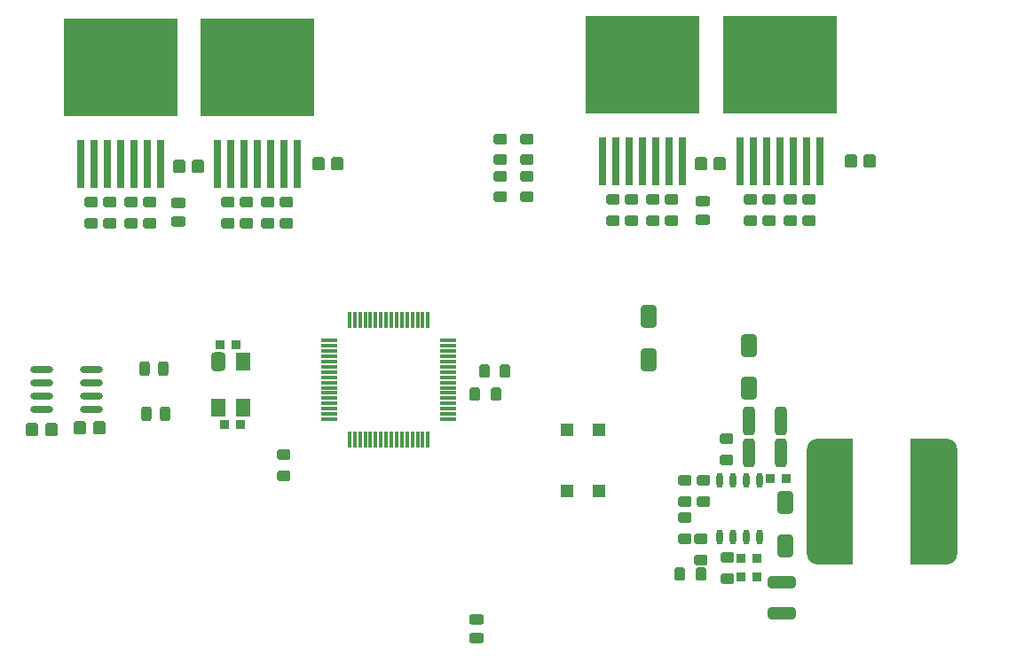
<source format=gtp>
G04*
G04 #@! TF.GenerationSoftware,Altium Limited,Altium Designer,18.0.12 (696)*
G04*
G04 Layer_Color=9474192*
%FSLAX44Y44*%
%MOMM*%
G71*
G01*
G75*
%ADD17R,1.5000X0.3000*%
%ADD18R,0.3000X1.5000*%
%ADD19O,2.2000X0.6000*%
G04:AMPARAMS|DCode=20|XSize=1.27mm|YSize=1.15mm|CornerRadius=0.1725mm|HoleSize=0mm|Usage=FLASHONLY|Rotation=270.000|XOffset=0mm|YOffset=0mm|HoleType=Round|Shape=RoundedRectangle|*
%AMROUNDEDRECTD20*
21,1,1.2700,0.8050,0,0,270.0*
21,1,0.9250,1.1500,0,0,270.0*
1,1,0.3450,-0.4025,-0.4625*
1,1,0.3450,-0.4025,0.4625*
1,1,0.3450,0.4025,0.4625*
1,1,0.3450,0.4025,-0.4625*
%
%ADD20ROUNDEDRECTD20*%
G04:AMPARAMS|DCode=21|XSize=1.4mm|YSize=1mm|CornerRadius=0.25mm|HoleSize=0mm|Usage=FLASHONLY|Rotation=180.000|XOffset=0mm|YOffset=0mm|HoleType=Round|Shape=RoundedRectangle|*
%AMROUNDEDRECTD21*
21,1,1.4000,0.5000,0,0,180.0*
21,1,0.9000,1.0000,0,0,180.0*
1,1,0.5000,-0.4500,0.2500*
1,1,0.5000,0.4500,0.2500*
1,1,0.5000,0.4500,-0.2500*
1,1,0.5000,-0.4500,-0.2500*
%
%ADD21ROUNDEDRECTD21*%
%ADD22R,10.8000X9.4000*%
%ADD23R,0.8000X4.6000*%
G04:AMPARAMS|DCode=24|XSize=1.4mm|YSize=1mm|CornerRadius=0.25mm|HoleSize=0mm|Usage=FLASHONLY|Rotation=90.000|XOffset=0mm|YOffset=0mm|HoleType=Round|Shape=RoundedRectangle|*
%AMROUNDEDRECTD24*
21,1,1.4000,0.5000,0,0,90.0*
21,1,0.9000,1.0000,0,0,90.0*
1,1,0.5000,0.2500,0.4500*
1,1,0.5000,0.2500,-0.4500*
1,1,0.5000,-0.2500,-0.4500*
1,1,0.5000,-0.2500,0.4500*
%
%ADD24ROUNDEDRECTD24*%
G04:AMPARAMS|DCode=25|XSize=12mm|YSize=4mm|CornerRadius=1mm|HoleSize=0mm|Usage=FLASHONLY|Rotation=90.000|XOffset=0mm|YOffset=0mm|HoleType=Round|Shape=RoundedRectangle|*
%AMROUNDEDRECTD25*
21,1,12.0000,2.0000,0,0,90.0*
21,1,10.0000,4.0000,0,0,90.0*
1,1,2.0000,1.0000,5.0000*
1,1,2.0000,1.0000,-5.0000*
1,1,2.0000,-1.0000,-5.0000*
1,1,2.0000,-1.0000,5.0000*
%
%ADD25ROUNDEDRECTD25*%
%ADD26R,1.9050X12.0000*%
%ADD27O,0.6000X1.4500*%
G04:AMPARAMS|DCode=28|XSize=0.9mm|YSize=0.9mm|CornerRadius=0.135mm|HoleSize=0mm|Usage=FLASHONLY|Rotation=90.000|XOffset=0mm|YOffset=0mm|HoleType=Round|Shape=RoundedRectangle|*
%AMROUNDEDRECTD28*
21,1,0.9000,0.6300,0,0,90.0*
21,1,0.6300,0.9000,0,0,90.0*
1,1,0.2700,0.3150,0.3150*
1,1,0.2700,0.3150,-0.3150*
1,1,0.2700,-0.3150,-0.3150*
1,1,0.2700,-0.3150,0.3150*
%
%ADD28ROUNDEDRECTD28*%
G04:AMPARAMS|DCode=29|XSize=2.7mm|YSize=1.15mm|CornerRadius=0.2875mm|HoleSize=0mm|Usage=FLASHONLY|Rotation=270.000|XOffset=0mm|YOffset=0mm|HoleType=Round|Shape=RoundedRectangle|*
%AMROUNDEDRECTD29*
21,1,2.7000,0.5750,0,0,270.0*
21,1,2.1250,1.1500,0,0,270.0*
1,1,0.5750,-0.2875,-1.0625*
1,1,0.5750,-0.2875,1.0625*
1,1,0.5750,0.2875,1.0625*
1,1,0.5750,0.2875,-1.0625*
%
%ADD29ROUNDEDRECTD29*%
G04:AMPARAMS|DCode=30|XSize=2.7mm|YSize=1.15mm|CornerRadius=0.2875mm|HoleSize=0mm|Usage=FLASHONLY|Rotation=0.000|XOffset=0mm|YOffset=0mm|HoleType=Round|Shape=RoundedRectangle|*
%AMROUNDEDRECTD30*
21,1,2.7000,0.5750,0,0,0.0*
21,1,2.1250,1.1500,0,0,0.0*
1,1,0.5750,1.0625,-0.2875*
1,1,0.5750,-1.0625,-0.2875*
1,1,0.5750,-1.0625,0.2875*
1,1,0.5750,1.0625,0.2875*
%
%ADD30ROUNDEDRECTD30*%
G04:AMPARAMS|DCode=31|XSize=2.2mm|YSize=1.55mm|CornerRadius=0.3875mm|HoleSize=0mm|Usage=FLASHONLY|Rotation=90.000|XOffset=0mm|YOffset=0mm|HoleType=Round|Shape=RoundedRectangle|*
%AMROUNDEDRECTD31*
21,1,2.2000,0.7750,0,0,90.0*
21,1,1.4250,1.5500,0,0,90.0*
1,1,0.7750,0.3875,0.7125*
1,1,0.7750,0.3875,-0.7125*
1,1,0.7750,-0.3875,-0.7125*
1,1,0.7750,-0.3875,0.7125*
%
%ADD31ROUNDEDRECTD31*%
G04:AMPARAMS|DCode=32|XSize=1.27mm|YSize=0.95mm|CornerRadius=0.1425mm|HoleSize=0mm|Usage=FLASHONLY|Rotation=180.000|XOffset=0mm|YOffset=0mm|HoleType=Round|Shape=RoundedRectangle|*
%AMROUNDEDRECTD32*
21,1,1.2700,0.6650,0,0,180.0*
21,1,0.9850,0.9500,0,0,180.0*
1,1,0.2850,-0.4925,0.3325*
1,1,0.2850,0.4925,0.3325*
1,1,0.2850,0.4925,-0.3325*
1,1,0.2850,-0.4925,-0.3325*
%
%ADD32ROUNDEDRECTD32*%
G04:AMPARAMS|DCode=33|XSize=1.27mm|YSize=0.95mm|CornerRadius=0.1425mm|HoleSize=0mm|Usage=FLASHONLY|Rotation=270.000|XOffset=0mm|YOffset=0mm|HoleType=Round|Shape=RoundedRectangle|*
%AMROUNDEDRECTD33*
21,1,1.2700,0.6650,0,0,270.0*
21,1,0.9850,0.9500,0,0,270.0*
1,1,0.2850,-0.3325,-0.4925*
1,1,0.2850,-0.3325,0.4925*
1,1,0.2850,0.3325,0.4925*
1,1,0.2850,0.3325,-0.4925*
%
%ADD33ROUNDEDRECTD33*%
%ADD34R,1.2700X1.2700*%
%ADD35R,1.4000X1.8000*%
G04:AMPARAMS|DCode=36|XSize=1.8mm|YSize=1.4mm|CornerRadius=0.35mm|HoleSize=0mm|Usage=FLASHONLY|Rotation=270.000|XOffset=0mm|YOffset=0mm|HoleType=Round|Shape=RoundedRectangle|*
%AMROUNDEDRECTD36*
21,1,1.8000,0.7000,0,0,270.0*
21,1,1.1000,1.4000,0,0,270.0*
1,1,0.7000,-0.3500,-0.5500*
1,1,0.7000,-0.3500,0.5500*
1,1,0.7000,0.3500,0.5500*
1,1,0.7000,0.3500,-0.5500*
%
%ADD36ROUNDEDRECTD36*%
D17*
X641003Y982576D02*
D03*
Y987578D02*
D03*
Y992576D02*
D03*
Y997578D02*
D03*
Y1002576D02*
D03*
Y1007578D02*
D03*
Y1012576D02*
D03*
Y1017578D02*
D03*
Y1022576D02*
D03*
Y1027578D02*
D03*
Y1032576D02*
D03*
Y1037578D02*
D03*
Y1042576D02*
D03*
Y1047578D02*
D03*
Y1052576D02*
D03*
Y1057578D02*
D03*
X755003D02*
D03*
Y1052576D02*
D03*
Y1047578D02*
D03*
Y1042576D02*
D03*
Y1037578D02*
D03*
Y1032576D02*
D03*
Y1027578D02*
D03*
Y1022576D02*
D03*
Y1017578D02*
D03*
Y1012576D02*
D03*
Y1007578D02*
D03*
Y1002576D02*
D03*
Y997578D02*
D03*
Y992576D02*
D03*
Y987578D02*
D03*
Y982576D02*
D03*
D18*
X735504Y963077D02*
D03*
X730503D02*
D03*
X725504D02*
D03*
X720503D02*
D03*
X715504D02*
D03*
X710503D02*
D03*
X705504D02*
D03*
X700503D02*
D03*
X695504D02*
D03*
X690503D02*
D03*
X685504D02*
D03*
X680503D02*
D03*
X675504D02*
D03*
X670503D02*
D03*
X665504D02*
D03*
X660503D02*
D03*
Y1077077D02*
D03*
X665504D02*
D03*
X670503D02*
D03*
X675504D02*
D03*
X680503D02*
D03*
X685504D02*
D03*
X690503D02*
D03*
X695504D02*
D03*
X700503D02*
D03*
X705504D02*
D03*
X710503D02*
D03*
X715504D02*
D03*
X720503D02*
D03*
X725504D02*
D03*
X730503D02*
D03*
X735504D02*
D03*
D19*
X366486Y1030224D02*
D03*
Y1017524D02*
D03*
Y1004824D02*
D03*
Y992124D02*
D03*
X414486Y1030224D02*
D03*
Y1017524D02*
D03*
Y1004824D02*
D03*
Y992124D02*
D03*
D20*
X357878Y972664D02*
D03*
X375878D02*
D03*
X421598Y973680D02*
D03*
X403598D02*
D03*
X497730Y1224280D02*
D03*
X515730D02*
D03*
X631080Y1226820D02*
D03*
X649080D02*
D03*
X1139080Y1229360D02*
D03*
X1157080D02*
D03*
X996078Y1226820D02*
D03*
X1014078D02*
D03*
D21*
X497335Y1189337D02*
D03*
Y1171337D02*
D03*
X997712Y1190862D02*
D03*
Y1172862D02*
D03*
X781384Y791066D02*
D03*
Y773066D02*
D03*
D22*
X441960Y1318320D02*
D03*
X940308Y1320860D02*
D03*
X1071118D02*
D03*
X572770Y1318320D02*
D03*
D23*
X480060Y1226820D02*
D03*
X467360D02*
D03*
X454660D02*
D03*
X441960D02*
D03*
X429260D02*
D03*
X416560D02*
D03*
X403860D02*
D03*
X978408Y1229360D02*
D03*
X965708D02*
D03*
X953008D02*
D03*
X940308D02*
D03*
X927608D02*
D03*
X914908D02*
D03*
X902208D02*
D03*
X1109218D02*
D03*
X1096518D02*
D03*
X1083818D02*
D03*
X1071118D02*
D03*
X1058418D02*
D03*
X1045718D02*
D03*
X1033018D02*
D03*
X610870Y1226820D02*
D03*
X598170D02*
D03*
X585470D02*
D03*
X572770D02*
D03*
X560070D02*
D03*
X547370D02*
D03*
X534670D02*
D03*
D24*
X483240Y1031084D02*
D03*
X465240D02*
D03*
X484616Y987448D02*
D03*
X466616D02*
D03*
D25*
X1117092Y903478D02*
D03*
X1220470D02*
D03*
D26*
X1204976D02*
D03*
X1131824D02*
D03*
D27*
X1051828Y924282D02*
D03*
X1039128D02*
D03*
X1026428D02*
D03*
X1013728D02*
D03*
X1051828Y869782D02*
D03*
X1039128D02*
D03*
X1026428D02*
D03*
X1013728D02*
D03*
D28*
X1077108Y925662D02*
D03*
X1062108D02*
D03*
X1034168Y849302D02*
D03*
X1049168D02*
D03*
X1034168Y831522D02*
D03*
X1049168D02*
D03*
X556140Y977646D02*
D03*
X541140D02*
D03*
X537330Y1053846D02*
D03*
X552330D02*
D03*
D29*
X1041892Y950692D02*
D03*
X1071892D02*
D03*
X1041892Y981172D02*
D03*
X1071892D02*
D03*
D30*
X1072926Y796782D02*
D03*
Y826782D02*
D03*
D31*
X1076198Y902822D02*
D03*
Y861822D02*
D03*
X1041668Y1052842D02*
D03*
Y1011842D02*
D03*
X946178Y1039622D02*
D03*
Y1080622D02*
D03*
D32*
X1020078Y943602D02*
D03*
Y963602D02*
D03*
X980708Y904072D02*
D03*
Y924072D02*
D03*
X998728Y904072D02*
D03*
Y924072D02*
D03*
X1021348Y830412D02*
D03*
Y850412D02*
D03*
X995948Y868352D02*
D03*
Y848352D02*
D03*
X980708Y888672D02*
D03*
Y868672D02*
D03*
X598424Y928624D02*
D03*
Y948624D02*
D03*
X414020Y1169830D02*
D03*
Y1189830D02*
D03*
X1043178Y1172370D02*
D03*
Y1192370D02*
D03*
X544830Y1169830D02*
D03*
Y1189830D02*
D03*
X562610Y1169830D02*
D03*
Y1189830D02*
D03*
X582930Y1189830D02*
D03*
Y1169830D02*
D03*
X600710Y1189830D02*
D03*
Y1169830D02*
D03*
X469900Y1189830D02*
D03*
Y1169830D02*
D03*
X452120Y1189830D02*
D03*
Y1169830D02*
D03*
X431800Y1169830D02*
D03*
Y1189830D02*
D03*
X912368Y1172370D02*
D03*
Y1192370D02*
D03*
X930148Y1172370D02*
D03*
Y1192370D02*
D03*
X950468Y1192370D02*
D03*
Y1172370D02*
D03*
X1060958Y1172370D02*
D03*
Y1192370D02*
D03*
X1081278Y1192370D02*
D03*
Y1172370D02*
D03*
X1099058Y1192370D02*
D03*
Y1172370D02*
D03*
X968248Y1192370D02*
D03*
Y1172370D02*
D03*
X804926Y1230282D02*
D03*
Y1250282D02*
D03*
X830326Y1230282D02*
D03*
Y1250282D02*
D03*
Y1194722D02*
D03*
Y1214722D02*
D03*
X804926Y1194722D02*
D03*
Y1214722D02*
D03*
D33*
X995788Y834222D02*
D03*
X975788D02*
D03*
X800194Y1006348D02*
D03*
X780194D02*
D03*
X809084Y1028192D02*
D03*
X789084D02*
D03*
D34*
X868158Y913638D02*
D03*
X898158D02*
D03*
X898158Y972058D02*
D03*
X868158D02*
D03*
D35*
X559370Y1037746D02*
D03*
Y993746D02*
D03*
X535370D02*
D03*
D36*
Y1037746D02*
D03*
M02*

</source>
